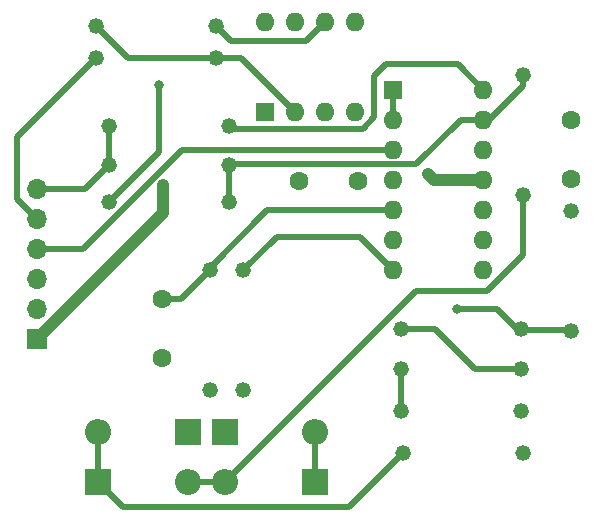
<source format=gbr>
%TF.GenerationSoftware,KiCad,Pcbnew,(6.0.0-0)*%
%TF.CreationDate,2022-01-05T21:11:28+01:00*%
%TF.ProjectId,218_trigger_mod,3231385f-7472-4696-9767-65725f6d6f64,rev?*%
%TF.SameCoordinates,Original*%
%TF.FileFunction,Copper,L1,Top*%
%TF.FilePolarity,Positive*%
%FSLAX46Y46*%
G04 Gerber Fmt 4.6, Leading zero omitted, Abs format (unit mm)*
G04 Created by KiCad (PCBNEW (6.0.0-0)) date 2022-01-05 21:11:28*
%MOMM*%
%LPD*%
G01*
G04 APERTURE LIST*
%TA.AperFunction,ComponentPad*%
%ADD10R,1.600000X1.600000*%
%TD*%
%TA.AperFunction,ComponentPad*%
%ADD11O,1.600000X1.600000*%
%TD*%
%TA.AperFunction,ComponentPad*%
%ADD12R,1.700000X1.700000*%
%TD*%
%TA.AperFunction,ComponentPad*%
%ADD13O,1.700000X1.700000*%
%TD*%
%TA.AperFunction,ComponentPad*%
%ADD14C,1.320800*%
%TD*%
%TA.AperFunction,ComponentPad*%
%ADD15C,1.600000*%
%TD*%
%TA.AperFunction,ComponentPad*%
%ADD16R,2.200000X2.200000*%
%TD*%
%TA.AperFunction,ComponentPad*%
%ADD17O,2.200000X2.200000*%
%TD*%
%TA.AperFunction,ViaPad*%
%ADD18C,0.800000*%
%TD*%
%TA.AperFunction,Conductor*%
%ADD19C,0.500000*%
%TD*%
%TA.AperFunction,Conductor*%
%ADD20C,1.000000*%
%TD*%
G04 APERTURE END LIST*
D10*
%TO.P,U1,1*%
%TO.N,Net-(C1-Pad1)*%
X150610000Y-88655000D03*
D11*
%TO.P,U1,2,-*%
X150610000Y-91195000D03*
%TO.P,U1,3,+*%
%TO.N,/key*%
X150610000Y-93735000D03*
%TO.P,U1,4,V+*%
%TO.N,+15V*%
X150610000Y-96275000D03*
%TO.P,U1,5,+*%
%TO.N,Net-(C1-Pad2)*%
X150610000Y-98815000D03*
%TO.P,U1,6,-*%
%TO.N,Net-(R2-Pad1)*%
X150610000Y-101355000D03*
%TO.P,U1,7*%
%TO.N,Net-(R4-Pad2)*%
X150610000Y-103895000D03*
%TO.P,U1,8*%
%TO.N,Net-(R7-Pad2)*%
X158230000Y-103895000D03*
%TO.P,U1,9,-*%
%TO.N,Net-(R6-Pad2)*%
X158230000Y-101355000D03*
%TO.P,U1,10,+*%
%TO.N,GND*%
X158230000Y-98815000D03*
%TO.P,U1,11,V-*%
%TO.N,-15V*%
X158230000Y-96275000D03*
%TO.P,U1,12,+*%
%TO.N,GND*%
X158230000Y-93735000D03*
%TO.P,U1,13,-*%
%TO.N,Net-(R10-Pad2)*%
X158230000Y-91195000D03*
%TO.P,U1,14*%
%TO.N,Net-(R12-Pad1)*%
X158230000Y-88655000D03*
%TD*%
D12*
%TO.P,J1,1,Pin_1*%
%TO.N,-15V*%
X120396000Y-109728000D03*
D13*
%TO.P,J1,2,Pin_2*%
%TO.N,GND*%
X120396000Y-107188000D03*
%TO.P,J1,3,Pin_3*%
%TO.N,+15V*%
X120396000Y-104648000D03*
%TO.P,J1,4,Pin_4*%
%TO.N,/key*%
X120396000Y-102108000D03*
%TO.P,J1,5,Pin_5*%
%TO.N,/pulse*%
X120396000Y-99568000D03*
%TO.P,J1,6,Pin_6*%
%TO.N,/out*%
X120396000Y-97028000D03*
%TD*%
D14*
%TO.P,R5,1*%
%TO.N,Net-(D2-Pad2)*%
X137900000Y-114080000D03*
%TO.P,R5,2*%
%TO.N,Net-(R4-Pad2)*%
X137900000Y-103920000D03*
%TD*%
%TO.P,R2,1*%
%TO.N,Net-(R2-Pad1)*%
X151290000Y-115824000D03*
%TO.P,R2,2*%
%TO.N,GND*%
X161450000Y-115824000D03*
%TD*%
%TO.P,R8,1*%
%TO.N,Net-(R7-Pad2)*%
X161544000Y-119380000D03*
%TO.P,R8,2*%
%TO.N,Net-(D1-Pad2)*%
X151384000Y-119380000D03*
%TD*%
%TO.P,R11,1*%
%TO.N,Net-(R10-Pad2)*%
X136652000Y-95000000D03*
%TO.P,R11,2*%
%TO.N,/out*%
X126492000Y-95000000D03*
%TD*%
%TO.P,R12,1*%
%TO.N,Net-(R12-Pad1)*%
X136652000Y-91750000D03*
%TO.P,R12,2*%
%TO.N,/out*%
X126492000Y-91750000D03*
%TD*%
D15*
%TO.P,C2,1*%
%TO.N,-15V*%
X165608000Y-96250000D03*
%TO.P,C2,2*%
%TO.N,GND*%
X165608000Y-91250000D03*
%TD*%
D14*
%TO.P,R10,1*%
%TO.N,Net-(R10-Pad1)*%
X126492000Y-98160000D03*
%TO.P,R10,2*%
%TO.N,Net-(R10-Pad2)*%
X136652000Y-98160000D03*
%TD*%
%TO.P,R6,1*%
%TO.N,Net-(R4-Pad2)*%
X151290000Y-108940000D03*
%TO.P,R6,2*%
%TO.N,Net-(R6-Pad2)*%
X161450000Y-108940000D03*
%TD*%
D10*
%TO.P,U2,1,NULL*%
%TO.N,unconnected-(U2-Pad1)*%
X139700000Y-90550000D03*
D11*
%TO.P,U2,2,-*%
%TO.N,Net-(R13-Pad1)*%
X142240000Y-90550000D03*
%TO.P,U2,3,+*%
%TO.N,GND*%
X144780000Y-90550000D03*
%TO.P,U2,4,V-*%
%TO.N,-15V*%
X147320000Y-90550000D03*
%TO.P,U2,5,NULL*%
%TO.N,unconnected-(U2-Pad5)*%
X147320000Y-82930000D03*
%TO.P,U2,6*%
%TO.N,Net-(R10-Pad1)*%
X144780000Y-82930000D03*
%TO.P,U2,7,V+*%
%TO.N,+15V*%
X142240000Y-82930000D03*
%TO.P,U2,8,NC*%
%TO.N,unconnected-(U2-Pad8)*%
X139700000Y-82930000D03*
%TD*%
D14*
%TO.P,R9,1*%
%TO.N,Net-(D3-Pad2)*%
X161544000Y-97536000D03*
%TO.P,R9,2*%
%TO.N,Net-(R10-Pad2)*%
X161544000Y-87376000D03*
%TD*%
D16*
%TO.P,D1,1,K*%
%TO.N,GND*%
X133240000Y-117640000D03*
D17*
%TO.P,D1,2,A*%
%TO.N,Net-(D1-Pad2)*%
X125620000Y-117640000D03*
%TD*%
D14*
%TO.P,R13,1*%
%TO.N,Net-(R13-Pad1)*%
X125420000Y-83250000D03*
%TO.P,R13,2*%
%TO.N,Net-(R10-Pad1)*%
X135580000Y-83250000D03*
%TD*%
D16*
%TO.P,D2,1,K*%
%TO.N,GND*%
X136350000Y-117640000D03*
D17*
%TO.P,D2,2,A*%
%TO.N,Net-(D2-Pad2)*%
X143970000Y-117640000D03*
%TD*%
D15*
%TO.P,C3,1*%
%TO.N,+15V*%
X147610000Y-96350000D03*
%TO.P,C3,2*%
%TO.N,GND*%
X142610000Y-96350000D03*
%TD*%
D16*
%TO.P,D3,1,K*%
%TO.N,Net-(D1-Pad2)*%
X125620000Y-121870000D03*
D17*
%TO.P,D3,2,A*%
%TO.N,Net-(D3-Pad2)*%
X133240000Y-121870000D03*
%TD*%
D15*
%TO.P,C1,1*%
%TO.N,Net-(C1-Pad1)*%
X131050000Y-111350000D03*
%TO.P,C1,2*%
%TO.N,Net-(C1-Pad2)*%
X131050000Y-106350000D03*
%TD*%
D14*
%TO.P,R3,1*%
%TO.N,/pulse*%
X125420000Y-86000000D03*
%TO.P,R3,2*%
%TO.N,Net-(R13-Pad1)*%
X135580000Y-86000000D03*
%TD*%
D16*
%TO.P,D4,1,K*%
%TO.N,Net-(D2-Pad2)*%
X143970000Y-121870000D03*
D17*
%TO.P,D4,2,A*%
%TO.N,Net-(D3-Pad2)*%
X136350000Y-121870000D03*
%TD*%
D14*
%TO.P,R4,1*%
%TO.N,Net-(R2-Pad1)*%
X151290000Y-112268000D03*
%TO.P,R4,2*%
%TO.N,Net-(R4-Pad2)*%
X161450000Y-112268000D03*
%TD*%
%TO.P,R1,1*%
%TO.N,Net-(C1-Pad2)*%
X135050000Y-103920000D03*
%TO.P,R1,2*%
%TO.N,GND*%
X135050000Y-114080000D03*
%TD*%
%TO.P,R7,1*%
%TO.N,Net-(R6-Pad2)*%
X165608000Y-109080000D03*
%TO.P,R7,2*%
%TO.N,Net-(R7-Pad2)*%
X165608000Y-98920000D03*
%TD*%
D18*
%TO.N,-15V*%
X153500000Y-95750000D03*
X131064000Y-96750000D03*
%TO.N,Net-(R6-Pad2)*%
X156000000Y-107250000D03*
%TO.N,Net-(R10-Pad1)*%
X130750000Y-88250000D03*
%TD*%
D19*
%TO.N,Net-(C1-Pad1)*%
X150610000Y-88655000D02*
X150610000Y-91195000D01*
D20*
%TO.N,-15V*%
X158230000Y-96275000D02*
X154025000Y-96275000D01*
X120396000Y-109728000D02*
X131064000Y-99060000D01*
X154025000Y-96275000D02*
X153500000Y-95750000D01*
X131064000Y-99060000D02*
X131064000Y-96750000D01*
D19*
%TO.N,Net-(D1-Pad2)*%
X125620000Y-117640000D02*
X125620000Y-121870000D01*
X146812000Y-123952000D02*
X151384000Y-119380000D01*
X127702000Y-123952000D02*
X146812000Y-123952000D01*
X125620000Y-121870000D02*
X127702000Y-123952000D01*
%TO.N,Net-(D2-Pad2)*%
X144000000Y-117670000D02*
X144000000Y-121840000D01*
%TO.N,Net-(D3-Pad2)*%
X161544000Y-102616000D02*
X161544000Y-97536000D01*
X152556000Y-105664000D02*
X158496000Y-105664000D01*
X136350000Y-121870000D02*
X132870000Y-121870000D01*
X158496000Y-105664000D02*
X161544000Y-102616000D01*
X136350000Y-121870000D02*
X152556000Y-105664000D01*
%TO.N,Net-(R2-Pad1)*%
X151290000Y-112268000D02*
X151290000Y-115824000D01*
%TO.N,Net-(R4-Pad2)*%
X137900000Y-103920000D02*
X140728000Y-101092000D01*
X161450000Y-112268000D02*
X157480000Y-112268000D01*
X140728000Y-101092000D02*
X147807000Y-101092000D01*
X147807000Y-101092000D02*
X150610000Y-103895000D01*
X157480000Y-112268000D02*
X154152000Y-108940000D01*
X154152000Y-108940000D02*
X151290000Y-108940000D01*
%TO.N,Net-(R6-Pad2)*%
X159350000Y-107250000D02*
X156000000Y-107250000D01*
X161040000Y-108940000D02*
X159350000Y-107250000D01*
X165528000Y-109000000D02*
X161510000Y-109000000D01*
%TO.N,Net-(R10-Pad2)*%
X161544000Y-88366000D02*
X158715000Y-91195000D01*
X156322645Y-91195000D02*
X158230000Y-91195000D01*
X136667489Y-94984511D02*
X152533134Y-94984511D01*
X136652000Y-98160000D02*
X136652000Y-95000000D01*
X152533134Y-94984511D02*
X156322645Y-91195000D01*
X161544000Y-87376000D02*
X161544000Y-88366000D01*
%TO.N,/pulse*%
X118750000Y-97922000D02*
X120396000Y-99568000D01*
X118750000Y-92670000D02*
X118750000Y-97922000D01*
X125420000Y-86000000D02*
X118750000Y-92670000D01*
%TO.N,/out*%
X124472000Y-97028000D02*
X126492000Y-95008000D01*
X126492000Y-95000000D02*
X126492000Y-91750000D01*
X120396000Y-97028000D02*
X124472000Y-97028000D01*
%TO.N,Net-(R12-Pad1)*%
X156075000Y-86500000D02*
X158230000Y-88655000D01*
X149000000Y-87500000D02*
X150000000Y-86500000D01*
X148000000Y-92000000D02*
X149000000Y-91000000D01*
X149000000Y-91000000D02*
X149000000Y-87500000D01*
X150000000Y-86500000D02*
X156075000Y-86500000D01*
X136902000Y-92000000D02*
X148000000Y-92000000D01*
%TO.N,/key*%
X124363189Y-102108000D02*
X132736189Y-93735000D01*
X120396000Y-102108000D02*
X124363189Y-102108000D01*
X132736189Y-93735000D02*
X150610000Y-93735000D01*
%TO.N,Net-(C1-Pad2)*%
X131050000Y-106350000D02*
X132620000Y-106350000D01*
X135050000Y-103710000D02*
X139945000Y-98815000D01*
X132620000Y-106350000D02*
X135050000Y-103920000D01*
X139945000Y-98815000D02*
X150610000Y-98815000D01*
%TO.N,Net-(R13-Pad1)*%
X137690000Y-86000000D02*
X135580000Y-86000000D01*
X142240000Y-90550000D02*
X137690000Y-86000000D01*
X135580000Y-86000000D02*
X128170000Y-86000000D01*
X128170000Y-86000000D02*
X125420000Y-83250000D01*
%TO.N,Net-(R10-Pad1)*%
X136830000Y-84500000D02*
X143210000Y-84500000D01*
X135580000Y-83250000D02*
X136830000Y-84500000D01*
X126492000Y-98160000D02*
X130750000Y-93902000D01*
X143210000Y-84500000D02*
X144780000Y-82930000D01*
X130750000Y-93902000D02*
X130750000Y-88250000D01*
%TD*%
M02*

</source>
